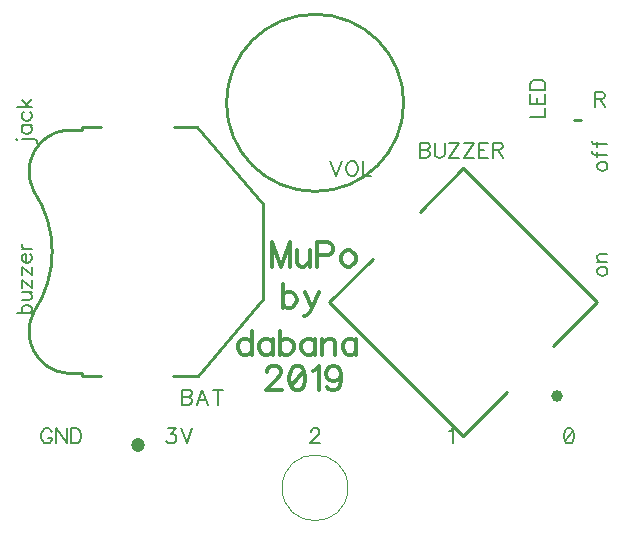
<source format=gbr>
G04 DipTrace 3.3.1.1*
G04 TopSilk.gbr*
%MOIN*%
G04 #@! TF.FileFunction,Legend,Top*
G04 #@! TF.Part,Single*
%ADD10C,0.009843*%
%ADD15C,0.003937*%
%ADD18C,0.047293*%
%ADD23C,0.039375*%
%ADD65C,0.00772*%
%ADD66C,0.012351*%
%FSLAX26Y26*%
G04*
G70*
G90*
G75*
G01*
G04 TopSilk*
%LPD*%
X2260827Y1856152D2*
D10*
X2284449D1*
X684394Y1001993D2*
X619229D1*
Y1011800D2*
X570063D1*
X619229Y1001993D2*
Y1011800D1*
X684394Y1832649D2*
X619229D1*
D18*
X806607Y771658D3*
X460727Y1216598D2*
D10*
G03X460727Y1618171I-302824J200787D01*
G01*
X619229Y1822842D2*
X570063D1*
X619229D2*
Y1832649D1*
X1007485Y1001993D2*
X1224441Y1259902D1*
Y1574741D1*
X924917Y1001993D2*
X1007485D1*
X1224441Y1574741D2*
X1005456Y1832649D1*
X926868D2*
X1005456D1*
X570999Y1011800D2*
G02X460727Y1216598I12279J138698D01*
G01*
X570999Y1822842D2*
G03X460727Y1618171I12195J-138612D01*
G01*
D23*
X2204165Y935984D3*
X1445524Y1249115D2*
D10*
X1590286Y1393877D1*
X1890945Y803694D2*
X2035707Y948456D1*
X2191604Y1104354D2*
X2336366Y1249115D1*
X1746183Y1549775D2*
X1890945Y1694537D1*
Y803694D2*
X1445524Y1249115D1*
X2336366D2*
X1890945Y1694537D1*
X1102387Y1913391D2*
G02X1102387Y1913391I295250J0D01*
G01*
X1288189Y629923D2*
D15*
G02X1288189Y629923I109449J0D01*
G01*
X2114916Y1866976D2*
D65*
X2165156D1*
Y1895661D1*
X2114916Y1942162D2*
Y1911101D1*
X2165156Y1911100D1*
Y1942162D1*
X2138848Y1911101D2*
Y1930224D1*
X2114916Y1957601D2*
X2165156D1*
Y1974348D1*
X2162724Y1981533D1*
X2157971Y1986341D1*
X2153163Y1988718D1*
X2146033Y1991095D1*
X2134039D1*
X2126854Y1988718D1*
X2122101Y1986341D1*
X2117293Y1981533D1*
X2114916Y1974348D1*
Y1957601D1*
X520183Y816207D2*
X517807Y820961D1*
X512998Y825769D1*
X508245Y828146D1*
X498684D1*
X493875Y825769D1*
X489122Y820961D1*
X486690Y816207D1*
X484314Y809022D1*
Y797029D1*
X486690Y789899D1*
X489122Y785091D1*
X493875Y780338D1*
X498684Y777906D1*
X508245D1*
X512998Y780338D1*
X517807Y785091D1*
X520183Y789899D1*
Y797029D1*
X508245D1*
X569116Y828146D2*
Y777906D1*
X535623Y828146D1*
Y777906D1*
X584555Y828146D2*
Y777906D1*
X601302D1*
X608487Y780338D1*
X613295Y785091D1*
X615672Y789899D1*
X618049Y797029D1*
Y809022D1*
X615672Y816207D1*
X613295Y820961D1*
X608487Y825769D1*
X601302Y828146D1*
X584555D1*
X906101Y828090D2*
X932354D1*
X918039Y808967D1*
X925224D1*
X929977Y806591D1*
X932354Y804214D1*
X934786Y797029D1*
Y792276D1*
X932354Y785091D1*
X927601Y780282D1*
X920416Y777906D1*
X913231D1*
X906101Y780282D1*
X903724Y782714D1*
X901292Y787467D1*
X950225Y828146D2*
X969348Y777906D1*
X988471Y828146D1*
X1383323Y816152D2*
Y818529D1*
X1385700Y823337D1*
X1388076Y825714D1*
X1392885Y828090D1*
X1402446D1*
X1407199Y825714D1*
X1409576Y823337D1*
X1412008Y818529D1*
Y813776D1*
X1409576Y808967D1*
X1404823Y801837D1*
X1380891Y777906D1*
X1414384D1*
X1844397Y818529D2*
X1849205Y820961D1*
X1856390Y828090D1*
Y777906D1*
X2241718Y828090D2*
X2234533Y825714D1*
X2229724Y818529D1*
X2227348Y806591D1*
Y799405D1*
X2229724Y787467D1*
X2234533Y780282D1*
X2241718Y777906D1*
X2246471D1*
X2253656Y780282D1*
X2258409Y787467D1*
X2260841Y799405D1*
Y806591D1*
X2258409Y818529D1*
X2253656Y825714D1*
X2246471Y828090D1*
X2241718D1*
X2258409Y818529D2*
X2229724Y787467D1*
X953655Y957378D2*
Y907138D1*
X975210D1*
X982396Y909570D1*
X984772Y911946D1*
X987149Y916700D1*
Y923885D1*
X984772Y928693D1*
X982396Y931070D1*
X975210Y933446D1*
X982396Y935878D1*
X984772Y938255D1*
X987149Y943008D1*
Y947816D1*
X984772Y952569D1*
X982396Y955001D1*
X975210Y957378D1*
X953655D1*
Y933446D2*
X975210D1*
X1040890Y907138D2*
X1021711Y957378D1*
X1002588Y907138D1*
X1009773Y923885D2*
X1033705D1*
X1073076Y957378D2*
Y907138D1*
X1056329Y957378D2*
X1089822D1*
X1746833Y1780260D2*
Y1730020D1*
X1768388D1*
X1775573Y1732452D1*
X1777950Y1734828D1*
X1780327Y1739581D1*
Y1746766D1*
X1777950Y1751575D1*
X1775573Y1753952D1*
X1768388Y1756328D1*
X1775573Y1758760D1*
X1777950Y1761137D1*
X1780327Y1765890D1*
Y1770698D1*
X1777950Y1775451D1*
X1775573Y1777883D1*
X1768388Y1780260D1*
X1746833D1*
Y1756328D2*
X1768388D1*
X1795766Y1780260D2*
Y1744390D1*
X1798143Y1737205D1*
X1802951Y1732452D1*
X1810136Y1730020D1*
X1814889D1*
X1822074Y1732452D1*
X1826883Y1737205D1*
X1829259Y1744390D1*
Y1780260D1*
X1844699D2*
X1878192D1*
X1844699Y1730020D1*
X1878192D1*
X1893631Y1780260D2*
X1927124D1*
X1893631Y1730020D1*
X1927124D1*
X1973625Y1780260D2*
X1942564D1*
Y1730020D1*
X1973625D1*
X1942564Y1756328D2*
X1961687D1*
X1989064D2*
X2010564D1*
X2017749Y1758760D1*
X2020181Y1761137D1*
X2022558Y1765890D1*
Y1770698D1*
X2020181Y1775451D1*
X2017749Y1777883D1*
X2010564Y1780260D1*
X1989064D1*
Y1730020D1*
X2005811Y1756328D2*
X2022558Y1730020D1*
X2330890Y1925671D2*
X2352390D1*
X2359575Y1928102D1*
X2362007Y1930479D1*
X2364383Y1935232D1*
Y1940041D1*
X2362007Y1944794D1*
X2359575Y1947226D1*
X2352390Y1949602D1*
X2330890D1*
Y1899362D1*
X2347636Y1925671D2*
X2364383Y1899362D1*
X1448360Y1719386D2*
X1467484Y1669146D1*
X1486607Y1719386D1*
X1516416D2*
X1511608Y1717009D1*
X1506854Y1712201D1*
X1504423Y1707448D1*
X1502046Y1700263D1*
Y1688269D1*
X1504423Y1681139D1*
X1506854Y1676331D1*
X1511608Y1671578D1*
X1516416Y1669146D1*
X1525978D1*
X1530731Y1671578D1*
X1535539Y1676331D1*
X1537916Y1681139D1*
X1540293Y1688269D1*
Y1700263D1*
X1537916Y1707448D1*
X1535539Y1712201D1*
X1530731Y1717009D1*
X1525978Y1719386D1*
X1516416D1*
X1555732D2*
Y1669146D1*
X1584417D1*
X1313539Y1367625D2*
D66*
Y1448009D1*
X1282942Y1367625D1*
X1252345Y1448009D1*
Y1367625D1*
X1338242Y1421214D2*
Y1382924D1*
X1342045Y1371516D1*
X1349738Y1367625D1*
X1361234D1*
X1368839Y1371516D1*
X1380335Y1382924D1*
Y1421214D2*
Y1367625D1*
X1405038Y1405916D2*
X1439526D1*
X1450934Y1409718D1*
X1454825Y1413609D1*
X1458628Y1421214D1*
Y1432711D1*
X1454825Y1440316D1*
X1450934Y1444207D1*
X1439526Y1448009D1*
X1405038D1*
Y1367625D1*
X1502432Y1421214D2*
X1494826Y1417412D1*
X1487133Y1409718D1*
X1483330Y1398222D1*
Y1390617D1*
X1487133Y1379121D1*
X1494826Y1371516D1*
X1502432Y1367625D1*
X1513928D1*
X1521621Y1371516D1*
X1529226Y1379121D1*
X1533117Y1390617D1*
Y1398222D1*
X1529226Y1409718D1*
X1521621Y1417412D1*
X1513928Y1421214D1*
X1502432D1*
X1289845Y1310509D2*
Y1230125D1*
Y1272218D2*
X1297539Y1279912D1*
X1305144Y1283714D1*
X1316640D1*
X1324245Y1279912D1*
X1331938Y1272218D1*
X1335741Y1260722D1*
Y1253117D1*
X1331938Y1241621D1*
X1324245Y1234016D1*
X1316640Y1230125D1*
X1305144D1*
X1297539Y1234016D1*
X1289845Y1241621D1*
X1364335Y1283714D2*
X1387238Y1230125D1*
X1379633Y1214827D1*
X1371940Y1207133D1*
X1364335Y1203330D1*
X1360444D1*
X1410230Y1283714D2*
X1387238Y1230125D1*
X1185742Y1154258D2*
Y1073874D1*
Y1115968D2*
X1178137Y1123661D1*
X1170444Y1127464D1*
X1158947D1*
X1151342Y1123661D1*
X1143649Y1115968D1*
X1139846Y1104472D1*
Y1096867D1*
X1143649Y1085371D1*
X1151342Y1077765D1*
X1158947Y1073874D1*
X1170444D1*
X1178137Y1077765D1*
X1185742Y1085371D1*
X1256341Y1127464D2*
Y1073874D1*
Y1115968D2*
X1248736Y1123661D1*
X1241042Y1127464D1*
X1229634D1*
X1221941Y1123661D1*
X1214336Y1115968D1*
X1210445Y1104472D1*
Y1096867D1*
X1214336Y1085371D1*
X1221941Y1077765D1*
X1229634Y1073874D1*
X1241042D1*
X1248736Y1077765D1*
X1256341Y1085371D1*
X1281044Y1154258D2*
Y1073874D1*
Y1115968D2*
X1288737Y1123661D1*
X1296342Y1127464D1*
X1307838D1*
X1315443Y1123661D1*
X1323137Y1115968D1*
X1326939Y1104472D1*
Y1096867D1*
X1323137Y1085371D1*
X1315443Y1077765D1*
X1307838Y1073874D1*
X1296342D1*
X1288737Y1077765D1*
X1281044Y1085371D1*
X1397538Y1127464D2*
Y1073874D1*
Y1115968D2*
X1389933Y1123661D1*
X1382239Y1127464D1*
X1370832D1*
X1363138Y1123661D1*
X1355533Y1115968D1*
X1351642Y1104472D1*
Y1096867D1*
X1355533Y1085371D1*
X1363138Y1077765D1*
X1370832Y1073874D1*
X1382239D1*
X1389933Y1077765D1*
X1397538Y1085371D1*
X1422241Y1127464D2*
Y1073874D1*
Y1112165D2*
X1433737Y1123661D1*
X1441430Y1127464D1*
X1452838D1*
X1460531Y1123661D1*
X1464334Y1112165D1*
Y1073874D1*
X1534933Y1127464D2*
Y1073874D1*
Y1115968D2*
X1527328Y1123661D1*
X1519634Y1127464D1*
X1508226D1*
X1500533Y1123661D1*
X1492928Y1115968D1*
X1489037Y1104472D1*
Y1096867D1*
X1492928Y1085371D1*
X1500533Y1077765D1*
X1508226Y1073874D1*
X1519634D1*
X1527328Y1077765D1*
X1534933Y1085371D1*
X1237487Y1016320D2*
Y1020122D1*
X1241289Y1027816D1*
X1245092Y1031618D1*
X1252785Y1035421D1*
X1268084D1*
X1275689Y1031618D1*
X1279491Y1027816D1*
X1283382Y1020122D1*
Y1012517D1*
X1279491Y1004823D1*
X1271886Y993416D1*
X1233596Y955125D1*
X1287185D1*
X1334880Y1035421D2*
X1323384Y1031618D1*
X1315690Y1020122D1*
X1311888Y1001021D1*
Y989525D1*
X1315690Y970424D1*
X1323384Y958928D1*
X1334880Y955125D1*
X1342485D1*
X1353981Y958928D1*
X1361586Y970424D1*
X1365477Y989525D1*
Y1001021D1*
X1361586Y1020122D1*
X1353981Y1031618D1*
X1342485Y1035421D1*
X1334880D1*
X1361586Y1020122D2*
X1315690Y970424D1*
X1390180Y1020122D2*
X1397873Y1024013D1*
X1409369Y1035421D1*
Y955125D1*
X1483859Y1008714D2*
X1479968Y997218D1*
X1472363Y989525D1*
X1460867Y985722D1*
X1457064D1*
X1445568Y989525D1*
X1437963Y997218D1*
X1434072Y1008714D1*
Y1012517D1*
X1437963Y1024013D1*
X1445568Y1031618D1*
X1457064Y1035421D1*
X1460867D1*
X1472363Y1031618D1*
X1479968Y1024013D1*
X1483859Y1008714D1*
Y989525D1*
X1479968Y970424D1*
X1472363Y958928D1*
X1460867Y955125D1*
X1453262D1*
X1441766Y958928D1*
X1437963Y966621D1*
X2338632Y1348251D2*
D65*
X2341008Y1343498D1*
X2345817Y1338689D1*
X2353002Y1336313D1*
X2357755D1*
X2364940Y1338689D1*
X2369693Y1343498D1*
X2372125Y1348251D1*
Y1355436D1*
X2369693Y1360244D1*
X2364940Y1364998D1*
X2357755Y1367429D1*
X2353002D1*
X2345817Y1364998D1*
X2341009Y1360244D1*
X2338632Y1355436D1*
Y1348251D1*
Y1382869D2*
X2372125D1*
X2348194D2*
X2341009Y1390054D1*
X2338632Y1394862D1*
Y1401992D1*
X2341009Y1406800D1*
X2348194Y1409177D1*
X2372125D1*
X2338632Y1698251D2*
X2341008Y1693498D1*
X2345817Y1688689D1*
X2353002Y1686313D1*
X2357755D1*
X2364940Y1688689D1*
X2369693Y1693498D1*
X2372125Y1698251D1*
Y1705436D1*
X2369693Y1710244D1*
X2364940Y1714998D1*
X2357755Y1717429D1*
X2353002D1*
X2345817Y1714998D1*
X2341009Y1710244D1*
X2338632Y1705436D1*
Y1698251D1*
X2321885Y1751992D2*
Y1747239D1*
X2324262Y1742430D1*
X2331447Y1740054D1*
X2372125D1*
X2338632Y1732869D2*
Y1749615D1*
X2321885Y1786554D2*
Y1781801D1*
X2324262Y1776993D1*
X2331447Y1774616D1*
X2372125D1*
X2338632Y1767431D2*
Y1784178D1*
X403079Y1789625D2*
X405456Y1792057D1*
X403079Y1794433D1*
X400703Y1792057D1*
X403079Y1789625D1*
X419826Y1792057D2*
X460504D1*
X467689Y1789625D1*
X470066Y1784872D1*
Y1780063D1*
X419881Y1838557D2*
X453375D1*
X427066D2*
X422258Y1833804D1*
X419881Y1828996D1*
Y1821866D1*
X422258Y1817058D1*
X427066Y1812304D1*
X434251Y1809873D1*
X439005D1*
X446190Y1812304D1*
X450943Y1817058D1*
X453375Y1821866D1*
Y1828996D1*
X450943Y1833804D1*
X446190Y1838557D1*
X427066Y1882737D2*
X422258Y1877928D1*
X419881Y1873120D1*
Y1865990D1*
X422258Y1861182D1*
X427066Y1856429D1*
X434251Y1853997D1*
X439005D1*
X446190Y1856429D1*
X450943Y1861182D1*
X453375Y1865990D1*
Y1873120D1*
X450943Y1877928D1*
X446190Y1882737D1*
X403135Y1898176D2*
X453375D1*
X419881Y1922108D2*
X443813Y1898176D1*
X434251Y1907738D2*
X453375Y1924484D1*
X403135Y1211313D2*
X453375D1*
X427066D2*
X422258Y1216121D1*
X419881Y1220874D1*
Y1228059D1*
X422258Y1232813D1*
X427066Y1237621D1*
X434251Y1239998D1*
X439005D1*
X446190Y1237621D1*
X450943Y1232812D1*
X453375Y1228059D1*
Y1220874D1*
X450943Y1216121D1*
X446190Y1211313D1*
X419881Y1255437D2*
X443813D1*
X450943Y1257813D1*
X453375Y1262622D1*
Y1269807D1*
X450943Y1274560D1*
X443813Y1281745D1*
X419881D2*
X453375D1*
X419881Y1297184D2*
Y1323493D1*
X453375Y1297184D1*
Y1323493D1*
X419881Y1338932D2*
Y1365240D1*
X453375Y1338932D1*
Y1365240D1*
X434251Y1380679D2*
Y1409364D1*
X429443D1*
X424634Y1406988D1*
X422258Y1404611D1*
X419881Y1399803D1*
Y1392618D1*
X422258Y1387864D1*
X427066Y1383056D1*
X434251Y1380679D1*
X439004D1*
X446190Y1383056D1*
X450943Y1387864D1*
X453375Y1392618D1*
Y1399803D1*
X450943Y1404611D1*
X446190Y1409364D1*
X419881Y1424803D2*
X453375D1*
X434251D2*
X427066Y1427235D1*
X422258Y1431989D1*
X419881Y1436797D1*
Y1443982D1*
M02*

</source>
